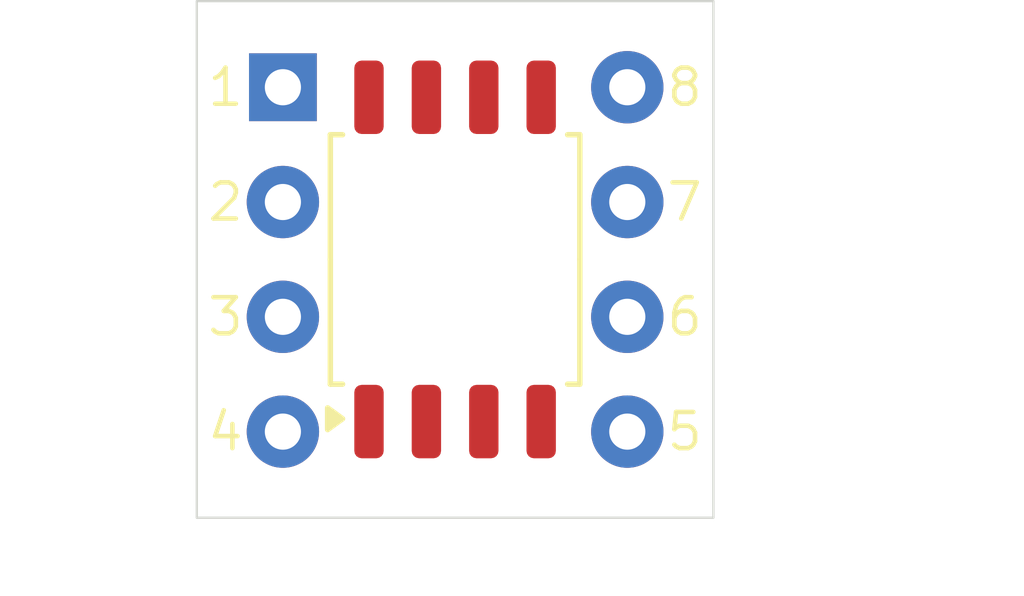
<source format=kicad_pcb>
(kicad_pcb (version 20241229) (generator "pcbnew") (generator_version "9.0")
  (layers (0 "F.Cu" signal) (2 "B.Cu" signal) (13 "F.Paste" user) (15 "B.Paste" user) (5 "F.SilkS" user "F.Silkscreen") (7 "B.SilkS" user "B.Silkscreen") (1 "F.Mask" user) (3 "B.Mask" user) (25 "Edge.Cuts" user))
  (net 0 "")
  (footprint "Package_SO:SOIC-8_5.3x5.3mm_P1.27mm" (layer "F.Cu") (at 24.13 24.13 90)
    (property "Reference" "REF**" (hide yes))
    (property "Value" "SOIC-8_5.3x5.3mm_P1.27mm")
    (fp_line (start 2.76 -2.76) (end 2.76 -2.49) (stroke (width 0.12)) (layer "F.SilkS"))
    (fp_line (start 0 -2.76) (end 2.76 -2.76) (stroke (width 0.12)) (layer "F.SilkS"))
    (fp_line (start 0 -2.76) (end -2.76 -2.76) (stroke (width 0.12)) (layer "F.SilkS"))
    (fp_line (start -2.76 -2.76) (end -2.76 -2.49) (stroke (width 0.12)) (layer "F.SilkS"))
    (fp_line (start 2.76 2.76) (end 2.76 2.49) (stroke (width 0.12)) (layer "F.SilkS"))
    (fp_line (start 0 2.76) (end 2.76 2.76) (stroke (width 0.12)) (layer "F.SilkS"))
    (fp_line (start 0 2.76) (end -2.76 2.76) (stroke (width 0.12)) (layer "F.SilkS"))
    (fp_line (start -2.76 2.76) (end -2.76 2.49) (stroke (width 0.12)) (layer "F.SilkS"))
    (fp_poly (pts (xy -3.525 -2.49) (xy -3.765 -2.82) (xy -3.285 -2.82)) (stroke (width 0.12)) (fill yes) (layer "F.SilkS"))
    (pad "1" smd roundrect (at -3.5875 -1.905 90) (size 1.625 0.65) (layers "F.Cu" "F.Mask" "F.Paste"))
    (pad "2" smd roundrect (at -3.5875 -0.635 90) (size 1.625 0.65) (layers "F.Cu" "F.Mask" "F.Paste"))
    (pad "3" smd roundrect (at -3.5875 0.635 90) (size 1.625 0.65) (layers "F.Cu" "F.Mask" "F.Paste"))
    (pad "4" smd roundrect (at -3.5875 1.905 90) (size 1.625 0.65) (layers "F.Cu" "F.Mask" "F.Paste"))
    (pad "5" smd roundrect (at 3.5875 1.905 90) (size 1.625 0.65) (layers "F.Cu" "F.Mask" "F.Paste"))
    (pad "6" smd roundrect (at 3.5875 0.635 90) (size 1.625 0.65) (layers "F.Cu" "F.Mask" "F.Paste"))
    (pad "7" smd roundrect (at 3.5875 -0.635 90) (size 1.625 0.65) (layers "F.Cu" "F.Mask" "F.Paste"))
    (pad "8" smd roundrect (at 3.5875 -1.905 90) (size 1.625 0.65) (layers "F.Cu" "F.Mask" "F.Paste"))
  )
  (footprint "modules_libJonny:Adapter-Board_SOP8_to_DIP8" (layer "F.Cu") (at 24.13 24.13)
    (property "Reference" "REF**" (hide yes))
    (property "Value" "Adapter-Board_SOP8_to_DIP8" (hide yes))
    (pad "1" thru_hole rect (at -3.81 -3.81) (size 1.5 1.5) (drill 0.8) (layers "*.Cu" "*.Mask"))
    (pad "2" thru_hole circle (at -3.81 -1.27) (size 1.6 1.6) (drill 0.8) (layers "*.Cu" "*.Mask"))
    (pad "3" thru_hole circle (at -3.81 1.27) (size 1.6 1.6) (drill 0.8) (layers "*.Cu" "*.Mask"))
    (pad "4" thru_hole circle (at -3.81 3.81) (size 1.6 1.6) (drill 0.8) (layers "*.Cu" "*.Mask"))
    (pad "5" thru_hole circle (at 3.81 3.81) (size 1.6 1.6) (drill 0.8) (layers "*.Cu" "*.Mask"))
    (pad "6" thru_hole circle (at 3.81 1.27) (size 1.6 1.6) (drill 0.8) (layers "*.Cu" "*.Mask"))
    (pad "7" thru_hole circle (at 3.81 -1.27) (size 1.6 1.6) (drill 0.8) (layers "*.Cu" "*.Mask"))
    (pad "8" thru_hole circle (at 3.81 -3.81) (size 1.6 1.6) (drill 0.8) (layers "*.Cu" "*.Mask"))
  )
  (gr_rect (start 18.415 18.415) (end 29.845 29.845) (stroke (width 0.05)) (fill no) (layer "Edge.Cuts"))
  (gr_text "5" (at 29.21 27.94 0) (layer "F.SilkS") (effects (font (size 0.8 0.8) (thickness 0.1))))
  (gr_text "1" (at 19.05 20.32 0) (layer "F.SilkS") (effects (font (size 0.8 0.8) (thickness 0.1))))
  (gr_text "3" (at 19.05 25.4 0) (layer "F.SilkS") (effects (font (size 0.8 0.8) (thickness 0.1))))
  (gr_text "4" (at 19.05 27.94 0) (layer "F.SilkS") (effects (font (size 0.8 0.8) (thickness 0.1))))
  (gr_text "8" (at 29.21 20.32 0) (layer "F.SilkS") (effects (font (size 0.8 0.8) (thickness 0.1))))
  (gr_text "2" (at 19.05 22.86 0) (layer "F.SilkS") (effects (font (size 0.8 0.8) (thickness 0.1))))
  (gr_text "7" (at 29.21 22.86 0) (layer "F.SilkS") (effects (font (size 0.8 0.8) (thickness 0.1))))
  (gr_text "6" (at 29.21 25.4 0) (layer "F.SilkS") (effects (font (size 0.8 0.8) (thickness 0.1))))
)
</source>
